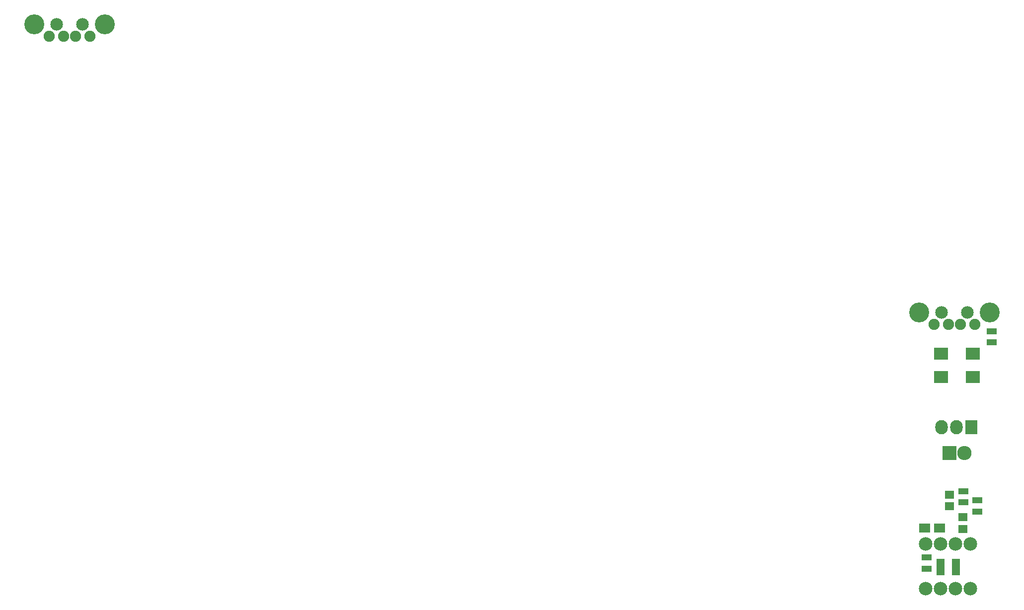
<source format=gbr>
G04 #@! TF.FileFunction,Soldermask,Bot*
%FSLAX46Y46*%
G04 Gerber Fmt 4.6, Leading zero omitted, Abs format (unit mm)*
G04 Created by KiCad (PCBNEW 4.0.4-stable) date 12/28/16 17:07:54*
%MOMM*%
%LPD*%
G01*
G04 APERTURE LIST*
%ADD10C,0.100000*%
%ADD11C,2.305000*%
%ADD12R,1.650000X1.400000*%
%ADD13R,1.900000X1.650000*%
%ADD14R,2.432000X2.432000*%
%ADD15O,2.432000X2.432000*%
%ADD16R,2.127200X2.432000*%
%ADD17O,2.127200X2.432000*%
%ADD18R,1.700000X1.100000*%
%ADD19R,2.400000X2.000000*%
%ADD20R,1.390000X0.880000*%
%ADD21C,2.150000*%
%ADD22C,1.901140*%
%ADD23C,3.399740*%
G04 APERTURE END LIST*
D10*
D11*
X145890000Y-104485000D03*
X148430000Y-104485000D03*
X150970000Y-104485000D03*
X153510000Y-104485000D03*
X153510000Y-96865000D03*
X150970000Y-96865000D03*
X148430000Y-96865000D03*
X145890000Y-96865000D03*
D12*
X149940000Y-88450000D03*
X149940000Y-90450000D03*
X152250000Y-92275000D03*
X152250000Y-94275000D03*
D13*
X148225000Y-94175000D03*
X145725000Y-94175000D03*
D14*
X149980000Y-81400000D03*
D15*
X152520000Y-81400000D03*
D16*
X153660000Y-76960000D03*
D17*
X151120000Y-76960000D03*
X148580000Y-76960000D03*
D18*
X152310000Y-89770000D03*
X152310000Y-87870000D03*
X154660000Y-89430000D03*
X154660000Y-91330000D03*
X157110000Y-60590000D03*
X157110000Y-62490000D03*
D19*
X148480000Y-64430000D03*
X153880000Y-64430000D03*
X153880000Y-68430000D03*
X148480000Y-68430000D03*
D20*
X148425000Y-101775000D03*
X148425000Y-101125000D03*
X148425000Y-100475000D03*
X148425000Y-99825000D03*
X151015000Y-99825000D03*
X151015000Y-100475000D03*
X151015000Y-101125000D03*
X151015000Y-101775000D03*
D18*
X146025000Y-101075000D03*
X146025000Y-99175000D03*
D21*
X-2200000Y-8300000D03*
X2200000Y-8300000D03*
D22*
X3500000Y-10300000D03*
X1000000Y-10300000D03*
X-1000000Y-10300000D03*
X-3500000Y-10300000D03*
D23*
X6000000Y-8300000D03*
X-6000000Y-8300000D03*
D21*
X148600000Y-57400000D03*
X153000000Y-57400000D03*
D22*
X154300000Y-59400000D03*
X151800000Y-59400000D03*
X149800000Y-59400000D03*
X147300000Y-59400000D03*
D23*
X156800000Y-57400000D03*
X144800000Y-57400000D03*
M02*

</source>
